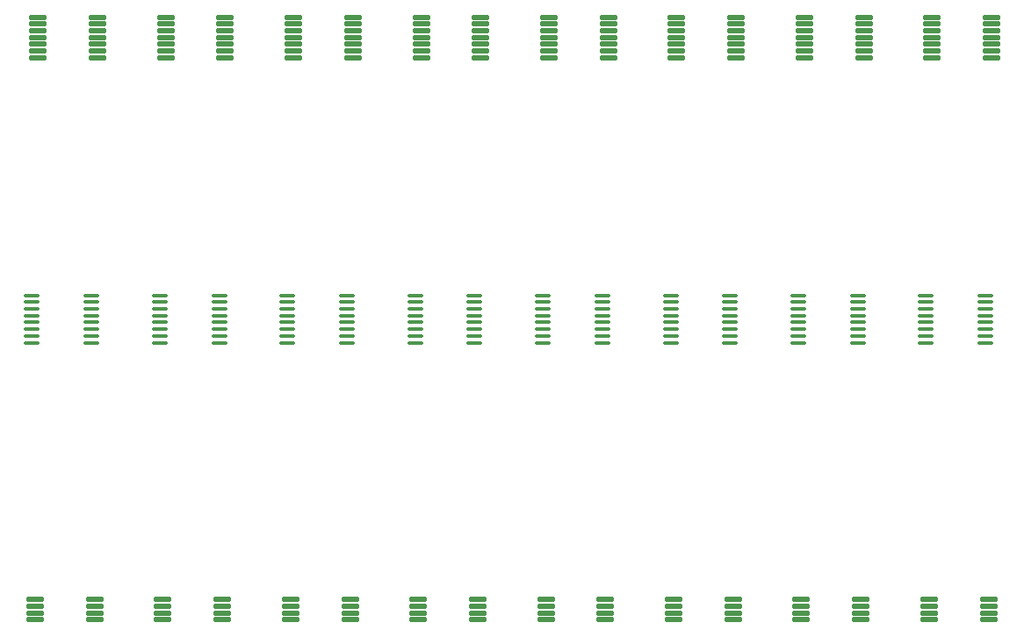
<source format=gtp>
%TF.GenerationSoftware,KiCad,Pcbnew,8.0.5*%
%TF.CreationDate,2024-12-01T20:09:50-08:00*%
%TF.ProjectId,tssop,7473736f-702e-46b6-9963-61645f706362,rev?*%
%TF.SameCoordinates,Original*%
%TF.FileFunction,Paste,Top*%
%TF.FilePolarity,Positive*%
%FSLAX46Y46*%
G04 Gerber Fmt 4.6, Leading zero omitted, Abs format (unit mm)*
G04 Created by KiCad (PCBNEW 8.0.5) date 2024-12-01 20:09:50*
%MOMM*%
%LPD*%
G01*
G04 APERTURE LIST*
G04 Aperture macros list*
%AMRoundRect*
0 Rectangle with rounded corners*
0 $1 Rounding radius*
0 $2 $3 $4 $5 $6 $7 $8 $9 X,Y pos of 4 corners*
0 Add a 4 corners polygon primitive as box body*
4,1,4,$2,$3,$4,$5,$6,$7,$8,$9,$2,$3,0*
0 Add four circle primitives for the rounded corners*
1,1,$1+$1,$2,$3*
1,1,$1+$1,$4,$5*
1,1,$1+$1,$6,$7*
1,1,$1+$1,$8,$9*
0 Add four rect primitives between the rounded corners*
20,1,$1+$1,$2,$3,$4,$5,0*
20,1,$1+$1,$4,$5,$6,$7,0*
20,1,$1+$1,$6,$7,$8,$9,0*
20,1,$1+$1,$8,$9,$2,$3,0*%
G04 Aperture macros list end*
%ADD10RoundRect,0.100000X-0.637500X-0.100000X0.637500X-0.100000X0.637500X0.100000X-0.637500X0.100000X0*%
%ADD11RoundRect,0.020500X-0.764500X-0.184500X0.764500X-0.184500X0.764500X0.184500X-0.764500X0.184500X0*%
G04 APERTURE END LIST*
D10*
%TO.C,U4*%
X138485544Y-78021847D03*
X138485544Y-78671847D03*
X138485544Y-79321847D03*
X138485544Y-79971847D03*
X138485544Y-80621847D03*
X138485544Y-81271847D03*
X138485544Y-81921847D03*
X138485544Y-82571847D03*
X144210544Y-82571847D03*
X144210544Y-81921847D03*
X144210544Y-81271847D03*
X144210544Y-80621847D03*
X144210544Y-79971847D03*
X144210544Y-79321847D03*
X144210544Y-78671847D03*
X144210544Y-78021847D03*
%TD*%
D11*
%TO.C,U5*%
X89807839Y-51177447D03*
X89807839Y-51827447D03*
X89807839Y-52477447D03*
X89807839Y-53127447D03*
X89807839Y-53777447D03*
X89807839Y-54427447D03*
X89807839Y-55077447D03*
X95547839Y-55077447D03*
X95547839Y-54427447D03*
X95547839Y-53777447D03*
X95547839Y-53127447D03*
X95547839Y-52477447D03*
X95547839Y-51827447D03*
X95547839Y-51177447D03*
%TD*%
%TO.C,U6*%
X138779844Y-107357413D03*
X138779844Y-108007413D03*
X138779844Y-108657413D03*
X138779844Y-109307413D03*
X144519844Y-109307413D03*
X144519844Y-108657413D03*
X144519844Y-108007413D03*
X144519844Y-107357413D03*
%TD*%
%TO.C,U6*%
X89530192Y-107357413D03*
X89530192Y-108007413D03*
X89530192Y-108657413D03*
X89530192Y-109307413D03*
X95270192Y-109307413D03*
X95270192Y-108657413D03*
X95270192Y-108007413D03*
X95270192Y-107357413D03*
%TD*%
%TO.C,U6*%
X114155018Y-107357413D03*
X114155018Y-108007413D03*
X114155018Y-108657413D03*
X114155018Y-109307413D03*
X119895018Y-109307413D03*
X119895018Y-108657413D03*
X119895018Y-108007413D03*
X119895018Y-107357413D03*
%TD*%
%TO.C,U5*%
X114432665Y-51177447D03*
X114432665Y-51827447D03*
X114432665Y-52477447D03*
X114432665Y-53127447D03*
X114432665Y-53777447D03*
X114432665Y-54427447D03*
X114432665Y-55077447D03*
X120172665Y-55077447D03*
X120172665Y-54427447D03*
X120172665Y-53777447D03*
X120172665Y-53127447D03*
X120172665Y-52477447D03*
X120172665Y-51827447D03*
X120172665Y-51177447D03*
%TD*%
%TO.C,U5*%
X126745078Y-51177447D03*
X126745078Y-51827447D03*
X126745078Y-52477447D03*
X126745078Y-53127447D03*
X126745078Y-53777447D03*
X126745078Y-54427447D03*
X126745078Y-55077447D03*
X132485078Y-55077447D03*
X132485078Y-54427447D03*
X132485078Y-53777447D03*
X132485078Y-53127447D03*
X132485078Y-52477447D03*
X132485078Y-51827447D03*
X132485078Y-51177447D03*
%TD*%
%TO.C,U5*%
X77495426Y-51177447D03*
X77495426Y-51827447D03*
X77495426Y-52477447D03*
X77495426Y-53127447D03*
X77495426Y-53777447D03*
X77495426Y-54427447D03*
X77495426Y-55077447D03*
X83235426Y-55077447D03*
X83235426Y-54427447D03*
X83235426Y-53777447D03*
X83235426Y-53127447D03*
X83235426Y-52477447D03*
X83235426Y-51827447D03*
X83235426Y-51177447D03*
%TD*%
D10*
%TO.C,U4*%
X52298653Y-78021847D03*
X52298653Y-78671847D03*
X52298653Y-79321847D03*
X52298653Y-79971847D03*
X52298653Y-80621847D03*
X52298653Y-81271847D03*
X52298653Y-81921847D03*
X52298653Y-82571847D03*
X58023653Y-82571847D03*
X58023653Y-81921847D03*
X58023653Y-81271847D03*
X58023653Y-80621847D03*
X58023653Y-79971847D03*
X58023653Y-79321847D03*
X58023653Y-78671847D03*
X58023653Y-78021847D03*
%TD*%
D11*
%TO.C,U5*%
X65183013Y-51177447D03*
X65183013Y-51827447D03*
X65183013Y-52477447D03*
X65183013Y-53127447D03*
X65183013Y-53777447D03*
X65183013Y-54427447D03*
X65183013Y-55077447D03*
X70923013Y-55077447D03*
X70923013Y-54427447D03*
X70923013Y-53777447D03*
X70923013Y-53127447D03*
X70923013Y-52477447D03*
X70923013Y-51827447D03*
X70923013Y-51177447D03*
%TD*%
D10*
%TO.C,U4*%
X126173131Y-78021847D03*
X126173131Y-78671847D03*
X126173131Y-79321847D03*
X126173131Y-79971847D03*
X126173131Y-80621847D03*
X126173131Y-81271847D03*
X126173131Y-81921847D03*
X126173131Y-82571847D03*
X131898131Y-82571847D03*
X131898131Y-81921847D03*
X131898131Y-81271847D03*
X131898131Y-80621847D03*
X131898131Y-79971847D03*
X131898131Y-79321847D03*
X131898131Y-78671847D03*
X131898131Y-78021847D03*
%TD*%
%TO.C,U4*%
X89235892Y-78021847D03*
X89235892Y-78671847D03*
X89235892Y-79321847D03*
X89235892Y-79971847D03*
X89235892Y-80621847D03*
X89235892Y-81271847D03*
X89235892Y-81921847D03*
X89235892Y-82571847D03*
X94960892Y-82571847D03*
X94960892Y-81921847D03*
X94960892Y-81271847D03*
X94960892Y-80621847D03*
X94960892Y-79971847D03*
X94960892Y-79321847D03*
X94960892Y-78671847D03*
X94960892Y-78021847D03*
%TD*%
D11*
%TO.C,U6*%
X101842605Y-107357413D03*
X101842605Y-108007413D03*
X101842605Y-108657413D03*
X101842605Y-109307413D03*
X107582605Y-109307413D03*
X107582605Y-108657413D03*
X107582605Y-108007413D03*
X107582605Y-107357413D03*
%TD*%
%TO.C,U6*%
X77217779Y-107357413D03*
X77217779Y-108007413D03*
X77217779Y-108657413D03*
X77217779Y-109307413D03*
X82957779Y-109307413D03*
X82957779Y-108657413D03*
X82957779Y-108007413D03*
X82957779Y-107357413D03*
%TD*%
%TO.C,U5*%
X52870600Y-51177447D03*
X52870600Y-51827447D03*
X52870600Y-52477447D03*
X52870600Y-53127447D03*
X52870600Y-53777447D03*
X52870600Y-54427447D03*
X52870600Y-55077447D03*
X58610600Y-55077447D03*
X58610600Y-54427447D03*
X58610600Y-53777447D03*
X58610600Y-53127447D03*
X58610600Y-52477447D03*
X58610600Y-51827447D03*
X58610600Y-51177447D03*
%TD*%
%TO.C,U6*%
X64905366Y-107357413D03*
X64905366Y-108007413D03*
X64905366Y-108657413D03*
X64905366Y-109307413D03*
X70645366Y-109307413D03*
X70645366Y-108657413D03*
X70645366Y-108007413D03*
X70645366Y-107357413D03*
%TD*%
D10*
%TO.C,U4*%
X76923479Y-78021847D03*
X76923479Y-78671847D03*
X76923479Y-79321847D03*
X76923479Y-79971847D03*
X76923479Y-80621847D03*
X76923479Y-81271847D03*
X76923479Y-81921847D03*
X76923479Y-82571847D03*
X82648479Y-82571847D03*
X82648479Y-81921847D03*
X82648479Y-81271847D03*
X82648479Y-80621847D03*
X82648479Y-79971847D03*
X82648479Y-79321847D03*
X82648479Y-78671847D03*
X82648479Y-78021847D03*
%TD*%
%TO.C,U4*%
X101548305Y-78021847D03*
X101548305Y-78671847D03*
X101548305Y-79321847D03*
X101548305Y-79971847D03*
X101548305Y-80621847D03*
X101548305Y-81271847D03*
X101548305Y-81921847D03*
X101548305Y-82571847D03*
X107273305Y-82571847D03*
X107273305Y-81921847D03*
X107273305Y-81271847D03*
X107273305Y-80621847D03*
X107273305Y-79971847D03*
X107273305Y-79321847D03*
X107273305Y-78671847D03*
X107273305Y-78021847D03*
%TD*%
%TO.C,U4*%
X113860718Y-78021847D03*
X113860718Y-78671847D03*
X113860718Y-79321847D03*
X113860718Y-79971847D03*
X113860718Y-80621847D03*
X113860718Y-81271847D03*
X113860718Y-81921847D03*
X113860718Y-82571847D03*
X119585718Y-82571847D03*
X119585718Y-81921847D03*
X119585718Y-81271847D03*
X119585718Y-80621847D03*
X119585718Y-79971847D03*
X119585718Y-79321847D03*
X119585718Y-78671847D03*
X119585718Y-78021847D03*
%TD*%
D11*
%TO.C,U6*%
X126467431Y-107357413D03*
X126467431Y-108007413D03*
X126467431Y-108657413D03*
X126467431Y-109307413D03*
X132207431Y-109307413D03*
X132207431Y-108657413D03*
X132207431Y-108007413D03*
X132207431Y-107357413D03*
%TD*%
%TO.C,U6*%
X52592953Y-107357413D03*
X52592953Y-108007413D03*
X52592953Y-108657413D03*
X52592953Y-109307413D03*
X58332953Y-109307413D03*
X58332953Y-108657413D03*
X58332953Y-108007413D03*
X58332953Y-107357413D03*
%TD*%
%TO.C,U5*%
X102120252Y-51177447D03*
X102120252Y-51827447D03*
X102120252Y-52477447D03*
X102120252Y-53127447D03*
X102120252Y-53777447D03*
X102120252Y-54427447D03*
X102120252Y-55077447D03*
X107860252Y-55077447D03*
X107860252Y-54427447D03*
X107860252Y-53777447D03*
X107860252Y-53127447D03*
X107860252Y-52477447D03*
X107860252Y-51827447D03*
X107860252Y-51177447D03*
%TD*%
D10*
%TO.C,U4*%
X64611066Y-78021847D03*
X64611066Y-78671847D03*
X64611066Y-79321847D03*
X64611066Y-79971847D03*
X64611066Y-80621847D03*
X64611066Y-81271847D03*
X64611066Y-81921847D03*
X64611066Y-82571847D03*
X70336066Y-82571847D03*
X70336066Y-81921847D03*
X70336066Y-81271847D03*
X70336066Y-80621847D03*
X70336066Y-79971847D03*
X70336066Y-79321847D03*
X70336066Y-78671847D03*
X70336066Y-78021847D03*
%TD*%
D11*
%TO.C,U5*%
X139057491Y-51177447D03*
X139057491Y-51827447D03*
X139057491Y-52477447D03*
X139057491Y-53127447D03*
X139057491Y-53777447D03*
X139057491Y-54427447D03*
X139057491Y-55077447D03*
X144797491Y-55077447D03*
X144797491Y-54427447D03*
X144797491Y-53777447D03*
X144797491Y-53127447D03*
X144797491Y-52477447D03*
X144797491Y-51827447D03*
X144797491Y-51177447D03*
%TD*%
M02*

</source>
